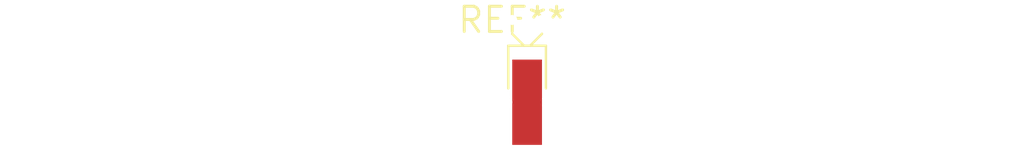
<source format=kicad_pcb>
(kicad_pcb (version 20240108) (generator pcbnew)
  (layers (0 "F.Cu" signal) (31 "B.Cu" signal) (34 "B.Paste" user) (35 "F.Paste" user) (36 "B.SilkS" user "B.Silkscreen") (37 "F.SilkS" user "F.Silkscreen") (38 "B.Mask" user) (39 "F.Mask" user) (44 "Edge.Cuts" user))
  (net 0 "")
  (footprint "Crystal_DS10_D1.0mm_L4.3mm_Horizontal_1EP_style2" (layer "F.Cu") (at 0 0)
    (property "Reference" "REF**")
    (property "Value" "Crystal_DS10_D1.0mm_L4.3mm_Horizontal_1EP_style2")
    (fp_line (start -0.2 1.3) (end 1.7 1.3) (layer "F.SilkS") (stroke (width 0.12)))
    (fp_line (start -0.2 3.45) (end -0.2 1.3) (layer "F.SilkS") (stroke (width 0.12)))
    (fp_line (start 0 0.7) (end 0 0.7) (layer "F.SilkS") (stroke (width 0.12)))
    (fp_line (start 0.6 1.3) (end 0 0.7) (layer "F.SilkS") (stroke (width 0.12)))
    (fp_line (start 0.9 1.3) (end 1.5 0.7) (layer "F.SilkS") (stroke (width 0.12)))
    (fp_line (start 1.5 0.7) (end 1.5 0.7) (layer "F.SilkS") (stroke (width 0.12)))
    (fp_line (start 1.7 1.3) (end 1.7 3.45) (layer "F.SilkS") (stroke (width 0.12)))
    (pad "1" thru_hole circle (at 0 0) (size 1 1) (drill 0.5) (layers *.Cu *.Mask) (remove_unused_layers))
    (pad "2" thru_hole circle (at 1.5 0) (size 1 1) (drill 0.5) (layers *.Cu *.Mask) (remove_unused_layers))
    (pad "3" thru_hole rect (at -0.25 4.15) (size 1 1) (drill 0.5) (layers *.Cu *.Mask) (remove_unused_layers))
    (pad "3" smd rect (at 0.75 4.15) (size 1.5 4.3) (layers "F.Cu" "F.Paste" "F.Mask"))
    (pad "3" thru_hole rect (at 1.75 4.15) (size 1 1) (drill 0.5) (layers *.Cu *.Mask) (remove_unused_layers))
  )
)
</source>
